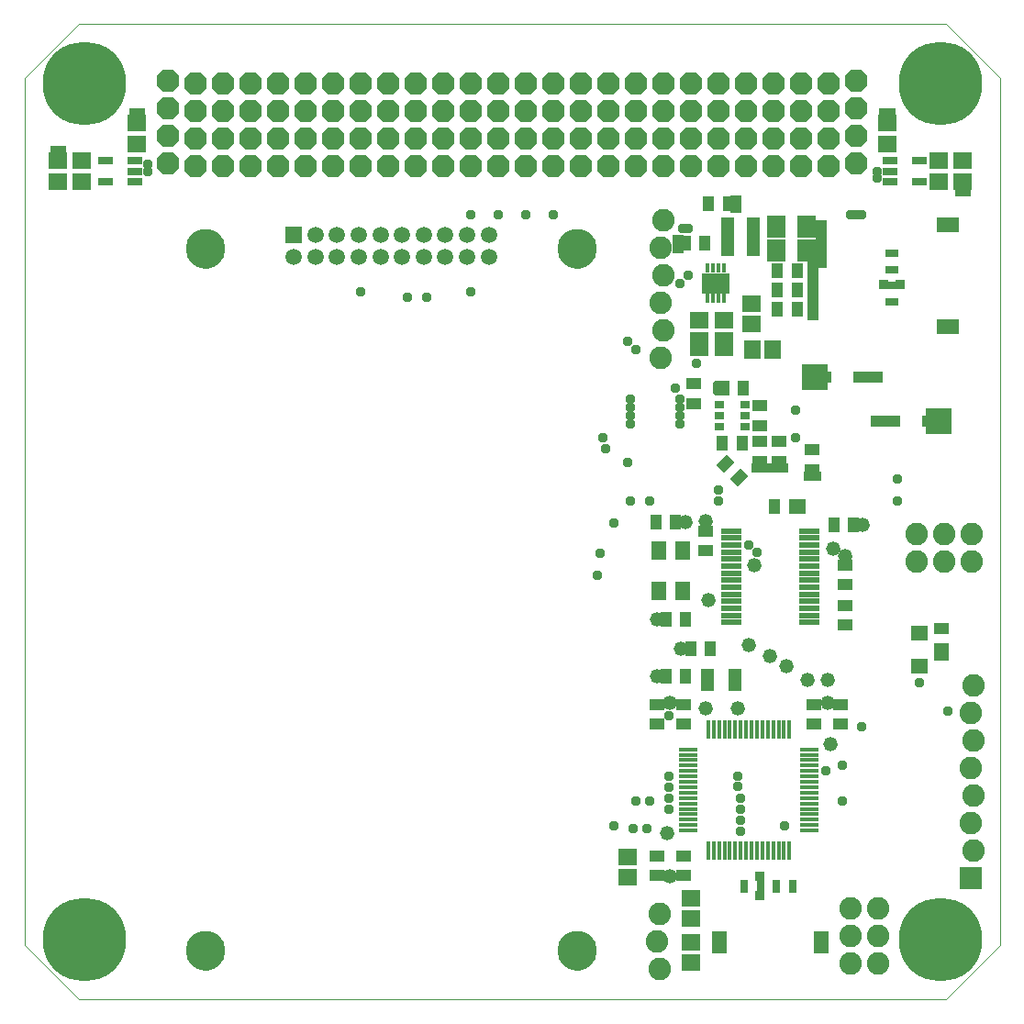
<source format=gts>
G75*
%MOIN*%
%OFA0B0*%
%FSLAX25Y25*%
%IPPOS*%
%LPD*%
%AMOC8*
5,1,8,0,0,1.08239X$1,22.5*
%
%ADD10C,0.00000*%
%ADD11C,0.30328*%
%ADD12OC8,0.08200*%
%ADD13R,0.06902X0.01784*%
%ADD14R,0.01784X0.06902*%
%ADD15R,0.07690X0.02375*%
%ADD16R,0.04737X0.07887*%
%ADD17R,0.05524X0.03950*%
%ADD18R,0.03950X0.05524*%
%ADD19C,0.05200*%
%ADD20R,0.05721X0.07099*%
%ADD21R,0.01784X0.04737*%
%ADD22R,0.04737X0.01784*%
%ADD23R,0.05950X0.05950*%
%ADD24C,0.05950*%
%ADD25C,0.14383*%
%ADD26R,0.05524X0.03162*%
%ADD27R,0.06706X0.05918*%
%ADD28R,0.03162X0.04737*%
%ADD29R,0.05721X0.07887*%
%ADD30R,0.04737X0.03162*%
%ADD31R,0.07887X0.05721*%
%ADD32R,0.10170X0.07296*%
%ADD33R,0.01784X0.03556*%
%ADD34R,0.04658X0.14186*%
%ADD35R,0.05918X0.06706*%
%ADD36R,0.07099X0.07887*%
%ADD37R,0.03556X0.02800*%
%ADD38R,0.11036X0.03950*%
%ADD39R,0.08200X0.08200*%
%ADD40C,0.08200*%
%ADD41R,0.06312X0.05524*%
%ADD42C,0.03778*%
%ADD43R,0.03778X0.03778*%
%ADD44OC8,0.03975*%
%ADD45R,0.03975X0.03975*%
D10*
X0020685Y0001812D02*
X0335646Y0001812D01*
X0355331Y0021497D01*
X0355331Y0336458D01*
X0335646Y0356143D01*
X0020685Y0356143D01*
X0001000Y0336458D01*
X0001000Y0021497D01*
X0020685Y0001812D01*
X0059855Y0019497D02*
X0059857Y0019664D01*
X0059863Y0019830D01*
X0059873Y0019997D01*
X0059888Y0020163D01*
X0059906Y0020328D01*
X0059929Y0020493D01*
X0059955Y0020658D01*
X0059985Y0020822D01*
X0060020Y0020985D01*
X0060059Y0021147D01*
X0060101Y0021308D01*
X0060147Y0021468D01*
X0060198Y0021627D01*
X0060252Y0021785D01*
X0060310Y0021941D01*
X0060372Y0022096D01*
X0060438Y0022249D01*
X0060507Y0022401D01*
X0060580Y0022550D01*
X0060657Y0022698D01*
X0060737Y0022844D01*
X0060821Y0022988D01*
X0060909Y0023130D01*
X0060999Y0023270D01*
X0061094Y0023407D01*
X0061191Y0023542D01*
X0061292Y0023675D01*
X0061396Y0023805D01*
X0061504Y0023933D01*
X0061614Y0024058D01*
X0061728Y0024180D01*
X0061844Y0024299D01*
X0061963Y0024415D01*
X0062085Y0024529D01*
X0062210Y0024639D01*
X0062338Y0024747D01*
X0062468Y0024851D01*
X0062601Y0024952D01*
X0062736Y0025049D01*
X0062873Y0025144D01*
X0063013Y0025234D01*
X0063155Y0025322D01*
X0063299Y0025406D01*
X0063445Y0025486D01*
X0063593Y0025563D01*
X0063742Y0025636D01*
X0063894Y0025705D01*
X0064047Y0025771D01*
X0064202Y0025833D01*
X0064358Y0025891D01*
X0064516Y0025945D01*
X0064675Y0025996D01*
X0064835Y0026042D01*
X0064996Y0026084D01*
X0065158Y0026123D01*
X0065321Y0026158D01*
X0065485Y0026188D01*
X0065650Y0026214D01*
X0065815Y0026237D01*
X0065980Y0026255D01*
X0066146Y0026270D01*
X0066313Y0026280D01*
X0066479Y0026286D01*
X0066646Y0026288D01*
X0066813Y0026286D01*
X0066979Y0026280D01*
X0067146Y0026270D01*
X0067312Y0026255D01*
X0067477Y0026237D01*
X0067642Y0026214D01*
X0067807Y0026188D01*
X0067971Y0026158D01*
X0068134Y0026123D01*
X0068296Y0026084D01*
X0068457Y0026042D01*
X0068617Y0025996D01*
X0068776Y0025945D01*
X0068934Y0025891D01*
X0069090Y0025833D01*
X0069245Y0025771D01*
X0069398Y0025705D01*
X0069550Y0025636D01*
X0069699Y0025563D01*
X0069847Y0025486D01*
X0069993Y0025406D01*
X0070137Y0025322D01*
X0070279Y0025234D01*
X0070419Y0025144D01*
X0070556Y0025049D01*
X0070691Y0024952D01*
X0070824Y0024851D01*
X0070954Y0024747D01*
X0071082Y0024639D01*
X0071207Y0024529D01*
X0071329Y0024415D01*
X0071448Y0024299D01*
X0071564Y0024180D01*
X0071678Y0024058D01*
X0071788Y0023933D01*
X0071896Y0023805D01*
X0072000Y0023675D01*
X0072101Y0023542D01*
X0072198Y0023407D01*
X0072293Y0023270D01*
X0072383Y0023130D01*
X0072471Y0022988D01*
X0072555Y0022844D01*
X0072635Y0022698D01*
X0072712Y0022550D01*
X0072785Y0022401D01*
X0072854Y0022249D01*
X0072920Y0022096D01*
X0072982Y0021941D01*
X0073040Y0021785D01*
X0073094Y0021627D01*
X0073145Y0021468D01*
X0073191Y0021308D01*
X0073233Y0021147D01*
X0073272Y0020985D01*
X0073307Y0020822D01*
X0073337Y0020658D01*
X0073363Y0020493D01*
X0073386Y0020328D01*
X0073404Y0020163D01*
X0073419Y0019997D01*
X0073429Y0019830D01*
X0073435Y0019664D01*
X0073437Y0019497D01*
X0073435Y0019330D01*
X0073429Y0019164D01*
X0073419Y0018997D01*
X0073404Y0018831D01*
X0073386Y0018666D01*
X0073363Y0018501D01*
X0073337Y0018336D01*
X0073307Y0018172D01*
X0073272Y0018009D01*
X0073233Y0017847D01*
X0073191Y0017686D01*
X0073145Y0017526D01*
X0073094Y0017367D01*
X0073040Y0017209D01*
X0072982Y0017053D01*
X0072920Y0016898D01*
X0072854Y0016745D01*
X0072785Y0016593D01*
X0072712Y0016444D01*
X0072635Y0016296D01*
X0072555Y0016150D01*
X0072471Y0016006D01*
X0072383Y0015864D01*
X0072293Y0015724D01*
X0072198Y0015587D01*
X0072101Y0015452D01*
X0072000Y0015319D01*
X0071896Y0015189D01*
X0071788Y0015061D01*
X0071678Y0014936D01*
X0071564Y0014814D01*
X0071448Y0014695D01*
X0071329Y0014579D01*
X0071207Y0014465D01*
X0071082Y0014355D01*
X0070954Y0014247D01*
X0070824Y0014143D01*
X0070691Y0014042D01*
X0070556Y0013945D01*
X0070419Y0013850D01*
X0070279Y0013760D01*
X0070137Y0013672D01*
X0069993Y0013588D01*
X0069847Y0013508D01*
X0069699Y0013431D01*
X0069550Y0013358D01*
X0069398Y0013289D01*
X0069245Y0013223D01*
X0069090Y0013161D01*
X0068934Y0013103D01*
X0068776Y0013049D01*
X0068617Y0012998D01*
X0068457Y0012952D01*
X0068296Y0012910D01*
X0068134Y0012871D01*
X0067971Y0012836D01*
X0067807Y0012806D01*
X0067642Y0012780D01*
X0067477Y0012757D01*
X0067312Y0012739D01*
X0067146Y0012724D01*
X0066979Y0012714D01*
X0066813Y0012708D01*
X0066646Y0012706D01*
X0066479Y0012708D01*
X0066313Y0012714D01*
X0066146Y0012724D01*
X0065980Y0012739D01*
X0065815Y0012757D01*
X0065650Y0012780D01*
X0065485Y0012806D01*
X0065321Y0012836D01*
X0065158Y0012871D01*
X0064996Y0012910D01*
X0064835Y0012952D01*
X0064675Y0012998D01*
X0064516Y0013049D01*
X0064358Y0013103D01*
X0064202Y0013161D01*
X0064047Y0013223D01*
X0063894Y0013289D01*
X0063742Y0013358D01*
X0063593Y0013431D01*
X0063445Y0013508D01*
X0063299Y0013588D01*
X0063155Y0013672D01*
X0063013Y0013760D01*
X0062873Y0013850D01*
X0062736Y0013945D01*
X0062601Y0014042D01*
X0062468Y0014143D01*
X0062338Y0014247D01*
X0062210Y0014355D01*
X0062085Y0014465D01*
X0061963Y0014579D01*
X0061844Y0014695D01*
X0061728Y0014814D01*
X0061614Y0014936D01*
X0061504Y0015061D01*
X0061396Y0015189D01*
X0061292Y0015319D01*
X0061191Y0015452D01*
X0061094Y0015587D01*
X0060999Y0015724D01*
X0060909Y0015864D01*
X0060821Y0016006D01*
X0060737Y0016150D01*
X0060657Y0016296D01*
X0060580Y0016444D01*
X0060507Y0016593D01*
X0060438Y0016745D01*
X0060372Y0016898D01*
X0060310Y0017053D01*
X0060252Y0017209D01*
X0060198Y0017367D01*
X0060147Y0017526D01*
X0060101Y0017686D01*
X0060059Y0017847D01*
X0060020Y0018009D01*
X0059985Y0018172D01*
X0059955Y0018336D01*
X0059929Y0018501D01*
X0059906Y0018666D01*
X0059888Y0018831D01*
X0059873Y0018997D01*
X0059863Y0019164D01*
X0059857Y0019330D01*
X0059855Y0019497D01*
X0194855Y0019497D02*
X0194857Y0019664D01*
X0194863Y0019830D01*
X0194873Y0019997D01*
X0194888Y0020163D01*
X0194906Y0020328D01*
X0194929Y0020493D01*
X0194955Y0020658D01*
X0194985Y0020822D01*
X0195020Y0020985D01*
X0195059Y0021147D01*
X0195101Y0021308D01*
X0195147Y0021468D01*
X0195198Y0021627D01*
X0195252Y0021785D01*
X0195310Y0021941D01*
X0195372Y0022096D01*
X0195438Y0022249D01*
X0195507Y0022401D01*
X0195580Y0022550D01*
X0195657Y0022698D01*
X0195737Y0022844D01*
X0195821Y0022988D01*
X0195909Y0023130D01*
X0195999Y0023270D01*
X0196094Y0023407D01*
X0196191Y0023542D01*
X0196292Y0023675D01*
X0196396Y0023805D01*
X0196504Y0023933D01*
X0196614Y0024058D01*
X0196728Y0024180D01*
X0196844Y0024299D01*
X0196963Y0024415D01*
X0197085Y0024529D01*
X0197210Y0024639D01*
X0197338Y0024747D01*
X0197468Y0024851D01*
X0197601Y0024952D01*
X0197736Y0025049D01*
X0197873Y0025144D01*
X0198013Y0025234D01*
X0198155Y0025322D01*
X0198299Y0025406D01*
X0198445Y0025486D01*
X0198593Y0025563D01*
X0198742Y0025636D01*
X0198894Y0025705D01*
X0199047Y0025771D01*
X0199202Y0025833D01*
X0199358Y0025891D01*
X0199516Y0025945D01*
X0199675Y0025996D01*
X0199835Y0026042D01*
X0199996Y0026084D01*
X0200158Y0026123D01*
X0200321Y0026158D01*
X0200485Y0026188D01*
X0200650Y0026214D01*
X0200815Y0026237D01*
X0200980Y0026255D01*
X0201146Y0026270D01*
X0201313Y0026280D01*
X0201479Y0026286D01*
X0201646Y0026288D01*
X0201813Y0026286D01*
X0201979Y0026280D01*
X0202146Y0026270D01*
X0202312Y0026255D01*
X0202477Y0026237D01*
X0202642Y0026214D01*
X0202807Y0026188D01*
X0202971Y0026158D01*
X0203134Y0026123D01*
X0203296Y0026084D01*
X0203457Y0026042D01*
X0203617Y0025996D01*
X0203776Y0025945D01*
X0203934Y0025891D01*
X0204090Y0025833D01*
X0204245Y0025771D01*
X0204398Y0025705D01*
X0204550Y0025636D01*
X0204699Y0025563D01*
X0204847Y0025486D01*
X0204993Y0025406D01*
X0205137Y0025322D01*
X0205279Y0025234D01*
X0205419Y0025144D01*
X0205556Y0025049D01*
X0205691Y0024952D01*
X0205824Y0024851D01*
X0205954Y0024747D01*
X0206082Y0024639D01*
X0206207Y0024529D01*
X0206329Y0024415D01*
X0206448Y0024299D01*
X0206564Y0024180D01*
X0206678Y0024058D01*
X0206788Y0023933D01*
X0206896Y0023805D01*
X0207000Y0023675D01*
X0207101Y0023542D01*
X0207198Y0023407D01*
X0207293Y0023270D01*
X0207383Y0023130D01*
X0207471Y0022988D01*
X0207555Y0022844D01*
X0207635Y0022698D01*
X0207712Y0022550D01*
X0207785Y0022401D01*
X0207854Y0022249D01*
X0207920Y0022096D01*
X0207982Y0021941D01*
X0208040Y0021785D01*
X0208094Y0021627D01*
X0208145Y0021468D01*
X0208191Y0021308D01*
X0208233Y0021147D01*
X0208272Y0020985D01*
X0208307Y0020822D01*
X0208337Y0020658D01*
X0208363Y0020493D01*
X0208386Y0020328D01*
X0208404Y0020163D01*
X0208419Y0019997D01*
X0208429Y0019830D01*
X0208435Y0019664D01*
X0208437Y0019497D01*
X0208435Y0019330D01*
X0208429Y0019164D01*
X0208419Y0018997D01*
X0208404Y0018831D01*
X0208386Y0018666D01*
X0208363Y0018501D01*
X0208337Y0018336D01*
X0208307Y0018172D01*
X0208272Y0018009D01*
X0208233Y0017847D01*
X0208191Y0017686D01*
X0208145Y0017526D01*
X0208094Y0017367D01*
X0208040Y0017209D01*
X0207982Y0017053D01*
X0207920Y0016898D01*
X0207854Y0016745D01*
X0207785Y0016593D01*
X0207712Y0016444D01*
X0207635Y0016296D01*
X0207555Y0016150D01*
X0207471Y0016006D01*
X0207383Y0015864D01*
X0207293Y0015724D01*
X0207198Y0015587D01*
X0207101Y0015452D01*
X0207000Y0015319D01*
X0206896Y0015189D01*
X0206788Y0015061D01*
X0206678Y0014936D01*
X0206564Y0014814D01*
X0206448Y0014695D01*
X0206329Y0014579D01*
X0206207Y0014465D01*
X0206082Y0014355D01*
X0205954Y0014247D01*
X0205824Y0014143D01*
X0205691Y0014042D01*
X0205556Y0013945D01*
X0205419Y0013850D01*
X0205279Y0013760D01*
X0205137Y0013672D01*
X0204993Y0013588D01*
X0204847Y0013508D01*
X0204699Y0013431D01*
X0204550Y0013358D01*
X0204398Y0013289D01*
X0204245Y0013223D01*
X0204090Y0013161D01*
X0203934Y0013103D01*
X0203776Y0013049D01*
X0203617Y0012998D01*
X0203457Y0012952D01*
X0203296Y0012910D01*
X0203134Y0012871D01*
X0202971Y0012836D01*
X0202807Y0012806D01*
X0202642Y0012780D01*
X0202477Y0012757D01*
X0202312Y0012739D01*
X0202146Y0012724D01*
X0201979Y0012714D01*
X0201813Y0012708D01*
X0201646Y0012706D01*
X0201479Y0012708D01*
X0201313Y0012714D01*
X0201146Y0012724D01*
X0200980Y0012739D01*
X0200815Y0012757D01*
X0200650Y0012780D01*
X0200485Y0012806D01*
X0200321Y0012836D01*
X0200158Y0012871D01*
X0199996Y0012910D01*
X0199835Y0012952D01*
X0199675Y0012998D01*
X0199516Y0013049D01*
X0199358Y0013103D01*
X0199202Y0013161D01*
X0199047Y0013223D01*
X0198894Y0013289D01*
X0198742Y0013358D01*
X0198593Y0013431D01*
X0198445Y0013508D01*
X0198299Y0013588D01*
X0198155Y0013672D01*
X0198013Y0013760D01*
X0197873Y0013850D01*
X0197736Y0013945D01*
X0197601Y0014042D01*
X0197468Y0014143D01*
X0197338Y0014247D01*
X0197210Y0014355D01*
X0197085Y0014465D01*
X0196963Y0014579D01*
X0196844Y0014695D01*
X0196728Y0014814D01*
X0196614Y0014936D01*
X0196504Y0015061D01*
X0196396Y0015189D01*
X0196292Y0015319D01*
X0196191Y0015452D01*
X0196094Y0015587D01*
X0195999Y0015724D01*
X0195909Y0015864D01*
X0195821Y0016006D01*
X0195737Y0016150D01*
X0195657Y0016296D01*
X0195580Y0016444D01*
X0195507Y0016593D01*
X0195438Y0016745D01*
X0195372Y0016898D01*
X0195310Y0017053D01*
X0195252Y0017209D01*
X0195198Y0017367D01*
X0195147Y0017526D01*
X0195101Y0017686D01*
X0195059Y0017847D01*
X0195020Y0018009D01*
X0194985Y0018172D01*
X0194955Y0018336D01*
X0194929Y0018501D01*
X0194906Y0018666D01*
X0194888Y0018831D01*
X0194873Y0018997D01*
X0194863Y0019164D01*
X0194857Y0019330D01*
X0194855Y0019497D01*
X0194855Y0274497D02*
X0194857Y0274664D01*
X0194863Y0274830D01*
X0194873Y0274997D01*
X0194888Y0275163D01*
X0194906Y0275328D01*
X0194929Y0275493D01*
X0194955Y0275658D01*
X0194985Y0275822D01*
X0195020Y0275985D01*
X0195059Y0276147D01*
X0195101Y0276308D01*
X0195147Y0276468D01*
X0195198Y0276627D01*
X0195252Y0276785D01*
X0195310Y0276941D01*
X0195372Y0277096D01*
X0195438Y0277249D01*
X0195507Y0277401D01*
X0195580Y0277550D01*
X0195657Y0277698D01*
X0195737Y0277844D01*
X0195821Y0277988D01*
X0195909Y0278130D01*
X0195999Y0278270D01*
X0196094Y0278407D01*
X0196191Y0278542D01*
X0196292Y0278675D01*
X0196396Y0278805D01*
X0196504Y0278933D01*
X0196614Y0279058D01*
X0196728Y0279180D01*
X0196844Y0279299D01*
X0196963Y0279415D01*
X0197085Y0279529D01*
X0197210Y0279639D01*
X0197338Y0279747D01*
X0197468Y0279851D01*
X0197601Y0279952D01*
X0197736Y0280049D01*
X0197873Y0280144D01*
X0198013Y0280234D01*
X0198155Y0280322D01*
X0198299Y0280406D01*
X0198445Y0280486D01*
X0198593Y0280563D01*
X0198742Y0280636D01*
X0198894Y0280705D01*
X0199047Y0280771D01*
X0199202Y0280833D01*
X0199358Y0280891D01*
X0199516Y0280945D01*
X0199675Y0280996D01*
X0199835Y0281042D01*
X0199996Y0281084D01*
X0200158Y0281123D01*
X0200321Y0281158D01*
X0200485Y0281188D01*
X0200650Y0281214D01*
X0200815Y0281237D01*
X0200980Y0281255D01*
X0201146Y0281270D01*
X0201313Y0281280D01*
X0201479Y0281286D01*
X0201646Y0281288D01*
X0201813Y0281286D01*
X0201979Y0281280D01*
X0202146Y0281270D01*
X0202312Y0281255D01*
X0202477Y0281237D01*
X0202642Y0281214D01*
X0202807Y0281188D01*
X0202971Y0281158D01*
X0203134Y0281123D01*
X0203296Y0281084D01*
X0203457Y0281042D01*
X0203617Y0280996D01*
X0203776Y0280945D01*
X0203934Y0280891D01*
X0204090Y0280833D01*
X0204245Y0280771D01*
X0204398Y0280705D01*
X0204550Y0280636D01*
X0204699Y0280563D01*
X0204847Y0280486D01*
X0204993Y0280406D01*
X0205137Y0280322D01*
X0205279Y0280234D01*
X0205419Y0280144D01*
X0205556Y0280049D01*
X0205691Y0279952D01*
X0205824Y0279851D01*
X0205954Y0279747D01*
X0206082Y0279639D01*
X0206207Y0279529D01*
X0206329Y0279415D01*
X0206448Y0279299D01*
X0206564Y0279180D01*
X0206678Y0279058D01*
X0206788Y0278933D01*
X0206896Y0278805D01*
X0207000Y0278675D01*
X0207101Y0278542D01*
X0207198Y0278407D01*
X0207293Y0278270D01*
X0207383Y0278130D01*
X0207471Y0277988D01*
X0207555Y0277844D01*
X0207635Y0277698D01*
X0207712Y0277550D01*
X0207785Y0277401D01*
X0207854Y0277249D01*
X0207920Y0277096D01*
X0207982Y0276941D01*
X0208040Y0276785D01*
X0208094Y0276627D01*
X0208145Y0276468D01*
X0208191Y0276308D01*
X0208233Y0276147D01*
X0208272Y0275985D01*
X0208307Y0275822D01*
X0208337Y0275658D01*
X0208363Y0275493D01*
X0208386Y0275328D01*
X0208404Y0275163D01*
X0208419Y0274997D01*
X0208429Y0274830D01*
X0208435Y0274664D01*
X0208437Y0274497D01*
X0208435Y0274330D01*
X0208429Y0274164D01*
X0208419Y0273997D01*
X0208404Y0273831D01*
X0208386Y0273666D01*
X0208363Y0273501D01*
X0208337Y0273336D01*
X0208307Y0273172D01*
X0208272Y0273009D01*
X0208233Y0272847D01*
X0208191Y0272686D01*
X0208145Y0272526D01*
X0208094Y0272367D01*
X0208040Y0272209D01*
X0207982Y0272053D01*
X0207920Y0271898D01*
X0207854Y0271745D01*
X0207785Y0271593D01*
X0207712Y0271444D01*
X0207635Y0271296D01*
X0207555Y0271150D01*
X0207471Y0271006D01*
X0207383Y0270864D01*
X0207293Y0270724D01*
X0207198Y0270587D01*
X0207101Y0270452D01*
X0207000Y0270319D01*
X0206896Y0270189D01*
X0206788Y0270061D01*
X0206678Y0269936D01*
X0206564Y0269814D01*
X0206448Y0269695D01*
X0206329Y0269579D01*
X0206207Y0269465D01*
X0206082Y0269355D01*
X0205954Y0269247D01*
X0205824Y0269143D01*
X0205691Y0269042D01*
X0205556Y0268945D01*
X0205419Y0268850D01*
X0205279Y0268760D01*
X0205137Y0268672D01*
X0204993Y0268588D01*
X0204847Y0268508D01*
X0204699Y0268431D01*
X0204550Y0268358D01*
X0204398Y0268289D01*
X0204245Y0268223D01*
X0204090Y0268161D01*
X0203934Y0268103D01*
X0203776Y0268049D01*
X0203617Y0267998D01*
X0203457Y0267952D01*
X0203296Y0267910D01*
X0203134Y0267871D01*
X0202971Y0267836D01*
X0202807Y0267806D01*
X0202642Y0267780D01*
X0202477Y0267757D01*
X0202312Y0267739D01*
X0202146Y0267724D01*
X0201979Y0267714D01*
X0201813Y0267708D01*
X0201646Y0267706D01*
X0201479Y0267708D01*
X0201313Y0267714D01*
X0201146Y0267724D01*
X0200980Y0267739D01*
X0200815Y0267757D01*
X0200650Y0267780D01*
X0200485Y0267806D01*
X0200321Y0267836D01*
X0200158Y0267871D01*
X0199996Y0267910D01*
X0199835Y0267952D01*
X0199675Y0267998D01*
X0199516Y0268049D01*
X0199358Y0268103D01*
X0199202Y0268161D01*
X0199047Y0268223D01*
X0198894Y0268289D01*
X0198742Y0268358D01*
X0198593Y0268431D01*
X0198445Y0268508D01*
X0198299Y0268588D01*
X0198155Y0268672D01*
X0198013Y0268760D01*
X0197873Y0268850D01*
X0197736Y0268945D01*
X0197601Y0269042D01*
X0197468Y0269143D01*
X0197338Y0269247D01*
X0197210Y0269355D01*
X0197085Y0269465D01*
X0196963Y0269579D01*
X0196844Y0269695D01*
X0196728Y0269814D01*
X0196614Y0269936D01*
X0196504Y0270061D01*
X0196396Y0270189D01*
X0196292Y0270319D01*
X0196191Y0270452D01*
X0196094Y0270587D01*
X0195999Y0270724D01*
X0195909Y0270864D01*
X0195821Y0271006D01*
X0195737Y0271150D01*
X0195657Y0271296D01*
X0195580Y0271444D01*
X0195507Y0271593D01*
X0195438Y0271745D01*
X0195372Y0271898D01*
X0195310Y0272053D01*
X0195252Y0272209D01*
X0195198Y0272367D01*
X0195147Y0272526D01*
X0195101Y0272686D01*
X0195059Y0272847D01*
X0195020Y0273009D01*
X0194985Y0273172D01*
X0194955Y0273336D01*
X0194929Y0273501D01*
X0194906Y0273666D01*
X0194888Y0273831D01*
X0194873Y0273997D01*
X0194863Y0274164D01*
X0194857Y0274330D01*
X0194855Y0274497D01*
X0059855Y0274497D02*
X0059857Y0274664D01*
X0059863Y0274830D01*
X0059873Y0274997D01*
X0059888Y0275163D01*
X0059906Y0275328D01*
X0059929Y0275493D01*
X0059955Y0275658D01*
X0059985Y0275822D01*
X0060020Y0275985D01*
X0060059Y0276147D01*
X0060101Y0276308D01*
X0060147Y0276468D01*
X0060198Y0276627D01*
X0060252Y0276785D01*
X0060310Y0276941D01*
X0060372Y0277096D01*
X0060438Y0277249D01*
X0060507Y0277401D01*
X0060580Y0277550D01*
X0060657Y0277698D01*
X0060737Y0277844D01*
X0060821Y0277988D01*
X0060909Y0278130D01*
X0060999Y0278270D01*
X0061094Y0278407D01*
X0061191Y0278542D01*
X0061292Y0278675D01*
X0061396Y0278805D01*
X0061504Y0278933D01*
X0061614Y0279058D01*
X0061728Y0279180D01*
X0061844Y0279299D01*
X0061963Y0279415D01*
X0062085Y0279529D01*
X0062210Y0279639D01*
X0062338Y0279747D01*
X0062468Y0279851D01*
X0062601Y0279952D01*
X0062736Y0280049D01*
X0062873Y0280144D01*
X0063013Y0280234D01*
X0063155Y0280322D01*
X0063299Y0280406D01*
X0063445Y0280486D01*
X0063593Y0280563D01*
X0063742Y0280636D01*
X0063894Y0280705D01*
X0064047Y0280771D01*
X0064202Y0280833D01*
X0064358Y0280891D01*
X0064516Y0280945D01*
X0064675Y0280996D01*
X0064835Y0281042D01*
X0064996Y0281084D01*
X0065158Y0281123D01*
X0065321Y0281158D01*
X0065485Y0281188D01*
X0065650Y0281214D01*
X0065815Y0281237D01*
X0065980Y0281255D01*
X0066146Y0281270D01*
X0066313Y0281280D01*
X0066479Y0281286D01*
X0066646Y0281288D01*
X0066813Y0281286D01*
X0066979Y0281280D01*
X0067146Y0281270D01*
X0067312Y0281255D01*
X0067477Y0281237D01*
X0067642Y0281214D01*
X0067807Y0281188D01*
X0067971Y0281158D01*
X0068134Y0281123D01*
X0068296Y0281084D01*
X0068457Y0281042D01*
X0068617Y0280996D01*
X0068776Y0280945D01*
X0068934Y0280891D01*
X0069090Y0280833D01*
X0069245Y0280771D01*
X0069398Y0280705D01*
X0069550Y0280636D01*
X0069699Y0280563D01*
X0069847Y0280486D01*
X0069993Y0280406D01*
X0070137Y0280322D01*
X0070279Y0280234D01*
X0070419Y0280144D01*
X0070556Y0280049D01*
X0070691Y0279952D01*
X0070824Y0279851D01*
X0070954Y0279747D01*
X0071082Y0279639D01*
X0071207Y0279529D01*
X0071329Y0279415D01*
X0071448Y0279299D01*
X0071564Y0279180D01*
X0071678Y0279058D01*
X0071788Y0278933D01*
X0071896Y0278805D01*
X0072000Y0278675D01*
X0072101Y0278542D01*
X0072198Y0278407D01*
X0072293Y0278270D01*
X0072383Y0278130D01*
X0072471Y0277988D01*
X0072555Y0277844D01*
X0072635Y0277698D01*
X0072712Y0277550D01*
X0072785Y0277401D01*
X0072854Y0277249D01*
X0072920Y0277096D01*
X0072982Y0276941D01*
X0073040Y0276785D01*
X0073094Y0276627D01*
X0073145Y0276468D01*
X0073191Y0276308D01*
X0073233Y0276147D01*
X0073272Y0275985D01*
X0073307Y0275822D01*
X0073337Y0275658D01*
X0073363Y0275493D01*
X0073386Y0275328D01*
X0073404Y0275163D01*
X0073419Y0274997D01*
X0073429Y0274830D01*
X0073435Y0274664D01*
X0073437Y0274497D01*
X0073435Y0274330D01*
X0073429Y0274164D01*
X0073419Y0273997D01*
X0073404Y0273831D01*
X0073386Y0273666D01*
X0073363Y0273501D01*
X0073337Y0273336D01*
X0073307Y0273172D01*
X0073272Y0273009D01*
X0073233Y0272847D01*
X0073191Y0272686D01*
X0073145Y0272526D01*
X0073094Y0272367D01*
X0073040Y0272209D01*
X0072982Y0272053D01*
X0072920Y0271898D01*
X0072854Y0271745D01*
X0072785Y0271593D01*
X0072712Y0271444D01*
X0072635Y0271296D01*
X0072555Y0271150D01*
X0072471Y0271006D01*
X0072383Y0270864D01*
X0072293Y0270724D01*
X0072198Y0270587D01*
X0072101Y0270452D01*
X0072000Y0270319D01*
X0071896Y0270189D01*
X0071788Y0270061D01*
X0071678Y0269936D01*
X0071564Y0269814D01*
X0071448Y0269695D01*
X0071329Y0269579D01*
X0071207Y0269465D01*
X0071082Y0269355D01*
X0070954Y0269247D01*
X0070824Y0269143D01*
X0070691Y0269042D01*
X0070556Y0268945D01*
X0070419Y0268850D01*
X0070279Y0268760D01*
X0070137Y0268672D01*
X0069993Y0268588D01*
X0069847Y0268508D01*
X0069699Y0268431D01*
X0069550Y0268358D01*
X0069398Y0268289D01*
X0069245Y0268223D01*
X0069090Y0268161D01*
X0068934Y0268103D01*
X0068776Y0268049D01*
X0068617Y0267998D01*
X0068457Y0267952D01*
X0068296Y0267910D01*
X0068134Y0267871D01*
X0067971Y0267836D01*
X0067807Y0267806D01*
X0067642Y0267780D01*
X0067477Y0267757D01*
X0067312Y0267739D01*
X0067146Y0267724D01*
X0066979Y0267714D01*
X0066813Y0267708D01*
X0066646Y0267706D01*
X0066479Y0267708D01*
X0066313Y0267714D01*
X0066146Y0267724D01*
X0065980Y0267739D01*
X0065815Y0267757D01*
X0065650Y0267780D01*
X0065485Y0267806D01*
X0065321Y0267836D01*
X0065158Y0267871D01*
X0064996Y0267910D01*
X0064835Y0267952D01*
X0064675Y0267998D01*
X0064516Y0268049D01*
X0064358Y0268103D01*
X0064202Y0268161D01*
X0064047Y0268223D01*
X0063894Y0268289D01*
X0063742Y0268358D01*
X0063593Y0268431D01*
X0063445Y0268508D01*
X0063299Y0268588D01*
X0063155Y0268672D01*
X0063013Y0268760D01*
X0062873Y0268850D01*
X0062736Y0268945D01*
X0062601Y0269042D01*
X0062468Y0269143D01*
X0062338Y0269247D01*
X0062210Y0269355D01*
X0062085Y0269465D01*
X0061963Y0269579D01*
X0061844Y0269695D01*
X0061728Y0269814D01*
X0061614Y0269936D01*
X0061504Y0270061D01*
X0061396Y0270189D01*
X0061292Y0270319D01*
X0061191Y0270452D01*
X0061094Y0270587D01*
X0060999Y0270724D01*
X0060909Y0270864D01*
X0060821Y0271006D01*
X0060737Y0271150D01*
X0060657Y0271296D01*
X0060580Y0271444D01*
X0060507Y0271593D01*
X0060438Y0271745D01*
X0060372Y0271898D01*
X0060310Y0272053D01*
X0060252Y0272209D01*
X0060198Y0272367D01*
X0060147Y0272526D01*
X0060101Y0272686D01*
X0060059Y0272847D01*
X0060020Y0273009D01*
X0059985Y0273172D01*
X0059955Y0273336D01*
X0059929Y0273501D01*
X0059906Y0273666D01*
X0059888Y0273831D01*
X0059873Y0273997D01*
X0059863Y0274164D01*
X0059857Y0274330D01*
X0059855Y0274497D01*
D11*
X0022654Y0334490D03*
X0333677Y0334490D03*
X0333677Y0023466D03*
X0022654Y0023466D03*
D12*
X0053165Y0305490D03*
X0053165Y0315490D03*
X0053165Y0325490D03*
X0053165Y0335490D03*
X0063165Y0334490D03*
X0073165Y0334490D03*
X0083165Y0334490D03*
X0093165Y0334490D03*
X0103165Y0334490D03*
X0113165Y0334490D03*
X0123165Y0334490D03*
X0133165Y0334490D03*
X0143165Y0334490D03*
X0153165Y0334490D03*
X0163165Y0334490D03*
X0173165Y0334490D03*
X0183165Y0334490D03*
X0193165Y0334490D03*
X0203165Y0334490D03*
X0213165Y0334490D03*
X0223165Y0334490D03*
X0233165Y0334490D03*
X0243165Y0334490D03*
X0253165Y0334490D03*
X0263165Y0334490D03*
X0273165Y0334490D03*
X0283165Y0334490D03*
X0293165Y0334490D03*
X0293165Y0324490D03*
X0293165Y0314490D03*
X0283165Y0314490D03*
X0283165Y0324490D03*
X0273165Y0324490D03*
X0273165Y0314490D03*
X0263165Y0314490D03*
X0263165Y0324490D03*
X0253165Y0324490D03*
X0253165Y0314490D03*
X0243165Y0314490D03*
X0243165Y0324490D03*
X0233165Y0324490D03*
X0233165Y0314490D03*
X0223165Y0314490D03*
X0223165Y0324490D03*
X0213165Y0324490D03*
X0213165Y0314490D03*
X0203165Y0314490D03*
X0203165Y0324490D03*
X0193165Y0324490D03*
X0193165Y0314490D03*
X0183165Y0314490D03*
X0183165Y0324490D03*
X0173165Y0324490D03*
X0173165Y0314490D03*
X0163165Y0314490D03*
X0163165Y0324490D03*
X0153165Y0324490D03*
X0153165Y0314490D03*
X0143165Y0314490D03*
X0143165Y0324490D03*
X0133165Y0324490D03*
X0133165Y0314490D03*
X0123165Y0314490D03*
X0123165Y0324490D03*
X0113165Y0324490D03*
X0113165Y0314490D03*
X0103165Y0314490D03*
X0103165Y0324490D03*
X0093165Y0324490D03*
X0093165Y0314490D03*
X0083165Y0314490D03*
X0083165Y0324490D03*
X0073165Y0324490D03*
X0073165Y0314490D03*
X0063165Y0314490D03*
X0063165Y0324490D03*
X0063165Y0304490D03*
X0073165Y0304490D03*
X0083165Y0304490D03*
X0093165Y0304490D03*
X0103165Y0304490D03*
X0113165Y0304490D03*
X0123165Y0304490D03*
X0133165Y0304490D03*
X0143165Y0304490D03*
X0153165Y0304490D03*
X0163165Y0304490D03*
X0173165Y0304490D03*
X0183165Y0304490D03*
X0193165Y0304490D03*
X0203165Y0304490D03*
X0213165Y0304490D03*
X0223165Y0304490D03*
X0233165Y0304490D03*
X0243165Y0304490D03*
X0253165Y0304490D03*
X0263165Y0304490D03*
X0273165Y0304490D03*
X0283165Y0304490D03*
X0293165Y0304490D03*
X0303165Y0305490D03*
X0303165Y0315490D03*
X0303165Y0325490D03*
X0303165Y0335490D03*
D13*
X0286213Y0092741D03*
X0286213Y0090773D03*
X0286213Y0088804D03*
X0286213Y0086836D03*
X0286213Y0084867D03*
X0286213Y0082899D03*
X0286213Y0080930D03*
X0286213Y0078962D03*
X0286213Y0076993D03*
X0286213Y0075025D03*
X0286213Y0073056D03*
X0286213Y0071088D03*
X0286213Y0069119D03*
X0286213Y0067151D03*
X0286213Y0065182D03*
X0286213Y0063214D03*
X0242118Y0063214D03*
X0242118Y0065182D03*
X0242118Y0067151D03*
X0242118Y0069119D03*
X0242118Y0071088D03*
X0242118Y0073056D03*
X0242118Y0075025D03*
X0242118Y0076993D03*
X0242118Y0078962D03*
X0242118Y0080930D03*
X0242118Y0082899D03*
X0242118Y0084867D03*
X0242118Y0086836D03*
X0242118Y0088804D03*
X0242118Y0090773D03*
X0242118Y0092741D03*
D14*
X0249402Y0100025D03*
X0251370Y0100025D03*
X0253339Y0100025D03*
X0255307Y0100025D03*
X0257276Y0100025D03*
X0259244Y0100025D03*
X0261213Y0100025D03*
X0263181Y0100025D03*
X0265150Y0100025D03*
X0267118Y0100025D03*
X0269087Y0100025D03*
X0271055Y0100025D03*
X0273024Y0100025D03*
X0274992Y0100025D03*
X0276961Y0100025D03*
X0278929Y0100025D03*
X0278929Y0055930D03*
X0276961Y0055930D03*
X0274992Y0055930D03*
X0273024Y0055930D03*
X0271055Y0055930D03*
X0269087Y0055930D03*
X0267118Y0055930D03*
X0265150Y0055930D03*
X0263181Y0055930D03*
X0261213Y0055930D03*
X0259244Y0055930D03*
X0257276Y0055930D03*
X0255307Y0055930D03*
X0253339Y0055930D03*
X0251370Y0055930D03*
X0249402Y0055930D03*
D15*
X0257866Y0138844D03*
X0257866Y0141403D03*
X0257866Y0143962D03*
X0257866Y0146521D03*
X0257866Y0149080D03*
X0257866Y0151639D03*
X0257866Y0154198D03*
X0257866Y0156757D03*
X0257866Y0159316D03*
X0257866Y0161875D03*
X0257866Y0164434D03*
X0257866Y0166993D03*
X0257866Y0169553D03*
X0257866Y0172112D03*
X0286213Y0172112D03*
X0286213Y0169553D03*
X0286213Y0166993D03*
X0286213Y0164434D03*
X0286213Y0161875D03*
X0286213Y0159316D03*
X0286213Y0156757D03*
X0286213Y0154198D03*
X0286213Y0151639D03*
X0286213Y0149080D03*
X0286213Y0146521D03*
X0286213Y0143962D03*
X0286213Y0141403D03*
X0286213Y0138844D03*
D16*
X0259087Y0117978D03*
X0249244Y0117978D03*
D17*
X0240543Y0109001D03*
X0240543Y0101915D03*
X0230701Y0101915D03*
X0230701Y0109001D03*
X0230701Y0054041D03*
X0230701Y0046954D03*
X0240543Y0046954D03*
X0240543Y0054041D03*
X0287787Y0101915D03*
X0287787Y0109001D03*
X0297630Y0109001D03*
X0297630Y0101915D03*
X0299106Y0137997D03*
X0299106Y0145084D03*
X0299106Y0152604D03*
X0299106Y0159690D03*
X0334165Y0136521D03*
X0334165Y0129434D03*
X0287165Y0194434D03*
X0287165Y0201521D03*
X0275165Y0204521D03*
X0268165Y0204521D03*
X0268165Y0210434D03*
X0268165Y0217521D03*
X0268165Y0197434D03*
X0275165Y0197434D03*
X0248516Y0172092D03*
X0248516Y0165005D03*
X0244165Y0218434D03*
X0244165Y0225521D03*
D18*
X0255122Y0223978D03*
X0262209Y0223978D03*
X0261709Y0203978D03*
X0254622Y0203978D03*
G36*
X0255104Y0193134D02*
X0252311Y0195927D01*
X0256216Y0199832D01*
X0259009Y0197039D01*
X0255104Y0193134D01*
G37*
G36*
X0260115Y0188123D02*
X0257322Y0190916D01*
X0261227Y0194821D01*
X0264020Y0192028D01*
X0260115Y0188123D01*
G37*
X0273622Y0180978D03*
X0280709Y0180978D03*
X0294992Y0174434D03*
X0302079Y0174434D03*
X0250071Y0129159D03*
X0242984Y0129159D03*
X0241213Y0119316D03*
X0234126Y0119316D03*
X0234126Y0139986D03*
X0241213Y0139986D03*
X0237610Y0175419D03*
X0230524Y0175419D03*
X0274622Y0252478D03*
X0274622Y0259478D03*
X0274622Y0266478D03*
X0281709Y0266478D03*
X0281709Y0259478D03*
X0281709Y0252478D03*
X0248209Y0276478D03*
X0241122Y0276478D03*
X0249622Y0290978D03*
X0256709Y0290978D03*
D19*
X0248516Y0175517D03*
X0241035Y0175419D03*
X0266134Y0159671D03*
X0249402Y0146875D03*
X0230701Y0139986D03*
X0239559Y0129159D03*
X0230701Y0119316D03*
X0235622Y0109474D03*
X0248417Y0107505D03*
X0260228Y0107505D03*
X0271647Y0126614D03*
X0277895Y0122993D03*
X0285415Y0117978D03*
X0292915Y0117978D03*
X0292709Y0109474D03*
X0293693Y0094710D03*
X0264165Y0130527D03*
X0294677Y0165576D03*
X0299106Y0163116D03*
X0305504Y0174434D03*
X0234638Y0062230D03*
X0235622Y0046482D03*
D20*
X0231370Y0150340D03*
X0240031Y0150340D03*
X0240031Y0164907D03*
X0231370Y0164907D03*
D21*
X0294283Y0174434D03*
D22*
X0299106Y0152289D03*
X0297635Y0101145D03*
X0230770Y0101223D03*
X0230570Y0054504D03*
X0248516Y0164690D03*
D23*
X0098811Y0279497D03*
D24*
X0098811Y0271623D03*
X0106685Y0271623D03*
X0114559Y0271623D03*
X0122433Y0271623D03*
X0130307Y0271623D03*
X0130307Y0279497D03*
X0122433Y0279497D03*
X0114559Y0279497D03*
X0106685Y0279497D03*
X0138181Y0279497D03*
X0138181Y0271623D03*
X0146055Y0271623D03*
X0153929Y0271623D03*
X0161803Y0271623D03*
X0169677Y0271623D03*
X0169677Y0279497D03*
X0161803Y0279497D03*
X0153929Y0279497D03*
X0146055Y0279497D03*
D25*
X0201646Y0274497D03*
X0066646Y0274497D03*
X0066646Y0019497D03*
X0201646Y0019497D03*
D26*
X0315350Y0298988D03*
X0315350Y0302728D03*
X0315350Y0306468D03*
X0325980Y0306468D03*
X0325980Y0298988D03*
X0040980Y0298988D03*
X0040980Y0302728D03*
X0040980Y0306468D03*
X0030350Y0306468D03*
X0030350Y0298988D03*
D27*
X0021915Y0298988D03*
X0021915Y0306468D03*
X0013165Y0306468D03*
X0013165Y0298988D03*
X0041915Y0312738D03*
X0041915Y0320218D03*
X0246165Y0248718D03*
X0246165Y0241238D03*
X0255165Y0241238D03*
X0255165Y0248718D03*
X0265165Y0247238D03*
X0265165Y0254718D03*
X0314415Y0312738D03*
X0314415Y0320218D03*
X0333165Y0306468D03*
X0333165Y0298988D03*
X0341915Y0298988D03*
X0341915Y0306468D03*
X0220165Y0053718D03*
X0220165Y0046238D03*
X0243165Y0038718D03*
X0243165Y0031238D03*
X0243165Y0022718D03*
X0243165Y0015238D03*
D28*
X0262449Y0042978D03*
X0268354Y0042978D03*
X0274260Y0042978D03*
X0280165Y0042978D03*
D29*
X0290421Y0022505D03*
X0253374Y0022505D03*
D30*
X0316165Y0255261D03*
X0316165Y0261167D03*
X0316165Y0267072D03*
X0316165Y0272978D03*
D31*
X0336638Y0283234D03*
X0336638Y0246186D03*
D32*
X0252165Y0261978D03*
D33*
X0251181Y0267490D03*
X0249213Y0267490D03*
X0253150Y0267490D03*
X0255118Y0267490D03*
X0255118Y0256466D03*
X0253150Y0256466D03*
X0251181Y0256466D03*
X0249213Y0256466D03*
D34*
X0256500Y0278978D03*
X0265831Y0278978D03*
D35*
X0265425Y0237978D03*
X0272906Y0237978D03*
D36*
X0274154Y0273978D03*
X0274154Y0282478D03*
X0285177Y0282478D03*
X0285177Y0273978D03*
D37*
X0262740Y0217915D03*
X0262740Y0213978D03*
X0262740Y0210041D03*
X0253591Y0210041D03*
X0253591Y0213978D03*
X0253591Y0217915D03*
D38*
X0288717Y0227978D03*
X0307614Y0227978D03*
X0313717Y0211978D03*
X0332614Y0211978D03*
D39*
X0344665Y0045978D03*
D40*
X0345665Y0055978D03*
X0344665Y0065978D03*
X0345665Y0075978D03*
X0344665Y0085978D03*
X0345665Y0095978D03*
X0344665Y0105978D03*
X0345665Y0115978D03*
X0345165Y0160978D03*
X0335165Y0160978D03*
X0335165Y0170978D03*
X0345165Y0170978D03*
X0325165Y0170978D03*
X0325165Y0160978D03*
X0233165Y0244978D03*
X0232165Y0254978D03*
X0233165Y0264978D03*
X0232165Y0274978D03*
X0233165Y0284978D03*
X0232165Y0234978D03*
X0231665Y0032978D03*
X0230665Y0022978D03*
X0231665Y0012978D03*
X0301165Y0014978D03*
X0301165Y0024978D03*
X0301165Y0034978D03*
X0311165Y0034978D03*
X0311165Y0024978D03*
X0311165Y0014978D03*
D41*
X0326165Y0123072D03*
X0326165Y0134883D03*
D42*
X0326165Y0116978D03*
X0336415Y0106728D03*
X0305165Y0100978D03*
X0298165Y0086978D03*
X0292165Y0084978D03*
X0298165Y0073978D03*
X0277165Y0064978D03*
X0261165Y0066978D03*
X0261165Y0070978D03*
X0261165Y0074978D03*
X0260165Y0079200D03*
X0260165Y0082978D03*
X0261165Y0062978D03*
X0235165Y0070978D03*
X0235165Y0074978D03*
X0235165Y0078978D03*
X0235165Y0082978D03*
X0228165Y0073978D03*
X0223165Y0073978D03*
X0215165Y0064978D03*
X0222165Y0063978D03*
X0227165Y0063978D03*
X0235165Y0104978D03*
X0209165Y0155978D03*
X0210092Y0163904D03*
X0215165Y0174978D03*
X0221165Y0182978D03*
X0228165Y0182978D03*
X0220165Y0196978D03*
X0212165Y0201978D03*
X0211165Y0205978D03*
X0221165Y0210978D03*
X0221165Y0213978D03*
X0221165Y0216978D03*
X0221165Y0219978D03*
X0237454Y0223978D03*
X0239165Y0219978D03*
X0239165Y0216978D03*
X0239165Y0213978D03*
X0239165Y0210978D03*
X0252665Y0222978D03*
X0252665Y0224978D03*
X0245165Y0232978D03*
X0223165Y0237978D03*
X0220137Y0240950D03*
X0239165Y0261978D03*
X0242165Y0264978D03*
X0242165Y0281978D03*
X0240165Y0281978D03*
X0193165Y0286978D03*
X0183165Y0286978D03*
X0173165Y0286978D03*
X0163165Y0286978D03*
X0163165Y0258978D03*
X0147165Y0256978D03*
X0140165Y0256978D03*
X0123165Y0258978D03*
X0045665Y0302728D03*
X0045665Y0305228D03*
X0253165Y0186978D03*
X0253165Y0182978D03*
X0264165Y0166978D03*
X0267165Y0164160D03*
X0281165Y0205978D03*
X0281165Y0215978D03*
X0318165Y0190978D03*
X0318165Y0182978D03*
X0305165Y0286978D03*
X0303165Y0286978D03*
X0301165Y0286978D03*
X0310665Y0300228D03*
X0310665Y0302728D03*
D43*
X0313274Y0324084D03*
X0315774Y0324084D03*
X0340774Y0295334D03*
X0343274Y0295334D03*
X0319165Y0261478D03*
X0313165Y0261478D03*
X0291165Y0230978D03*
X0288165Y0230978D03*
X0285165Y0230978D03*
X0285165Y0224978D03*
X0288165Y0224978D03*
X0291165Y0224978D03*
X0276665Y0194978D03*
X0274665Y0194978D03*
X0272665Y0194978D03*
X0270665Y0194978D03*
X0268665Y0194978D03*
X0266665Y0194978D03*
X0283165Y0181978D03*
X0283165Y0179978D03*
X0285665Y0191978D03*
X0288665Y0191978D03*
X0330165Y0208978D03*
X0333165Y0208978D03*
X0336165Y0208978D03*
X0336165Y0214978D03*
X0333165Y0214978D03*
X0330165Y0214978D03*
X0333165Y0126478D03*
X0335165Y0126478D03*
X0268165Y0046478D03*
X0268165Y0039478D03*
X0014524Y0310334D03*
X0012024Y0310334D03*
X0040774Y0324084D03*
X0043274Y0324084D03*
D44*
X0249165Y0263478D03*
X0249165Y0260478D03*
X0252165Y0260478D03*
X0252165Y0263478D03*
X0255165Y0263478D03*
X0255165Y0260478D03*
D45*
X0238465Y0274978D03*
X0238465Y0277478D03*
X0259465Y0289478D03*
X0259465Y0291978D03*
X0290465Y0282978D03*
X0290465Y0280478D03*
X0290465Y0277978D03*
X0290465Y0275478D03*
X0290465Y0272478D03*
X0290465Y0269478D03*
X0287465Y0267978D03*
X0287465Y0265478D03*
X0287465Y0262978D03*
X0287465Y0260478D03*
X0287465Y0257978D03*
X0287465Y0255478D03*
X0287465Y0252978D03*
X0287465Y0250478D03*
X0256465Y0237478D03*
X0253965Y0237478D03*
X0247465Y0237478D03*
X0244965Y0237478D03*
M02*

</source>
